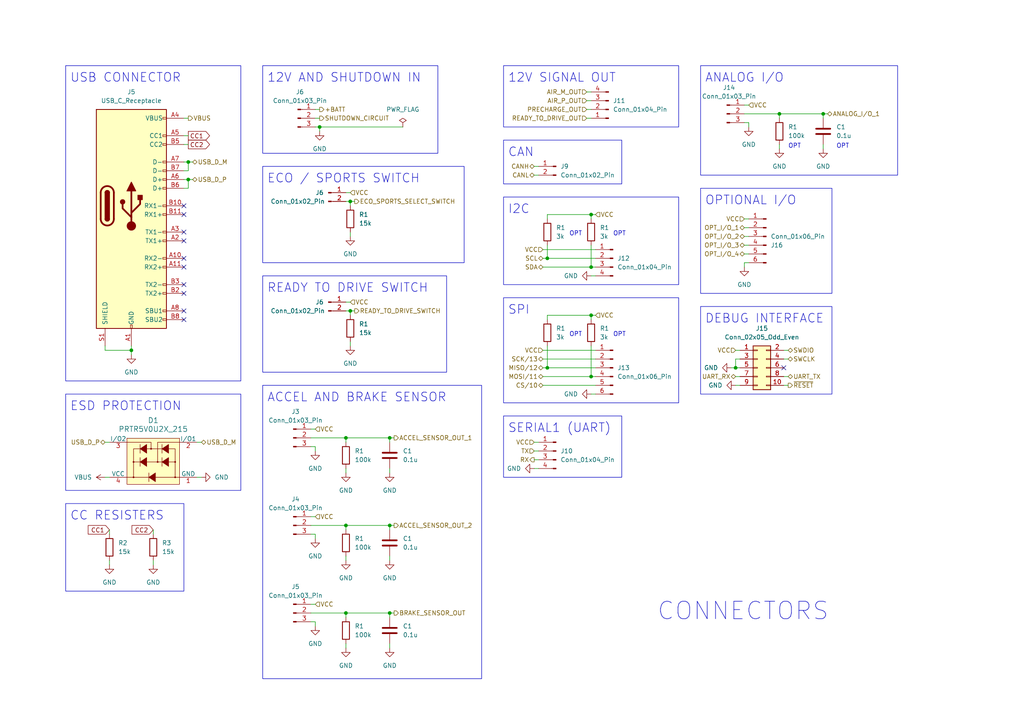
<source format=kicad_sch>
(kicad_sch (version 20230121) (generator eeschema)
  (paper "A4")
  (lib_symbols
    (symbol "Connector:Conn_01x02_Pin" (pin_names (offset 1.016) hide)
      (property "Reference" "J" (at 0 2.54 0))
      (property "Value" "Conn_01x02_Pin" (at 0 -5.08 0))
      (symbol "Conn_01x02_Pin_1_1"
        (polyline (pts (xy 1.27 -2.54) (xy 0.8636 -2.54)) (stroke (width 0.1524)))
        (polyline (pts (xy 1.27 0) (xy 0.8636 0)) (stroke (width 0.1524)))
        (rectangle (start 0.8636 -2.413) (end 0 -2.667) (stroke (width 0.1524)) (fill (type outline)))
        (rectangle (start 0.8636 0.127) (end 0 -0.127) (stroke (width 0.1524)) (fill (type outline)))
        (pin passive line (at 5.08 0 180) (length 3.81) (name "Pin_1") (number "1"))
        (pin passive line (at 5.08 -2.54 180) (length 3.81) (name "Pin_2") (number "2"))
      )
    )
    (symbol "Connector:Conn_01x03_Pin" (pin_names (offset 1.016) hide)
      (property "Reference" "J" (at 0 5.08 0))
      (property "Value" "Conn_01x03_Pin" (at 0 -5.08 0))
      (symbol "Conn_01x03_Pin_1_1"
        (polyline (pts (xy 1.27 -2.54) (xy 0.8636 -2.54)) (stroke (width 0.1524)))
        (polyline (pts (xy 1.27 0) (xy 0.8636 0)) (stroke (width 0.1524)))
        (polyline (pts (xy 1.27 2.54) (xy 0.8636 2.54)) (stroke (width 0.1524)))
        (rectangle (start 0.8636 -2.413) (end 0 -2.667) (stroke (width 0.1524)) (fill (type outline)))
        (rectangle (start 0.8636 0.127) (end 0 -0.127) (stroke (width 0.1524)) (fill (type outline)))
        (rectangle (start 0.8636 2.667) (end 0 2.413) (stroke (width 0.1524)) (fill (type outline)))
        (pin passive line (at 5.08 2.54 180) (length 3.81) (name "Pin_1") (number "1"))
        (pin passive line (at 5.08 0 180) (length 3.81) (name "Pin_2") (number "2"))
        (pin passive line (at 5.08 -2.54 180) (length 3.81) (name "Pin_3") (number "3"))
      )
    )
    (symbol "Connector:Conn_01x04_Pin" (pin_names (offset 1.016) hide)
      (property "Reference" "J" (at 0 5.08 0))
      (property "Value" "Conn_01x04_Pin" (at 0 -7.62 0))
      (symbol "Conn_01x04_Pin_1_1"
        (polyline (pts (xy 1.27 -5.08) (xy 0.8636 -5.08)) (stroke (width 0.1524)))
        (polyline (pts (xy 1.27 -2.54) (xy 0.8636 -2.54)) (stroke (width 0.1524)))
        (polyline (pts (xy 1.27 0) (xy 0.8636 0)) (stroke (width 0.1524)))
        (polyline (pts (xy 1.27 2.54) (xy 0.8636 2.54)) (stroke (width 0.1524)))
        (rectangle (start 0.8636 -4.953) (end 0 -5.207) (stroke (width 0.1524)) (fill (type outline)))
        (rectangle (start 0.8636 -2.413) (end 0 -2.667) (stroke (width 0.1524)) (fill (type outline)))
        (rectangle (start 0.8636 0.127) (end 0 -0.127) (stroke (width 0.1524)) (fill (type outline)))
        (rectangle (start 0.8636 2.667) (end 0 2.413) (stroke (width 0.1524)) (fill (type outline)))
        (pin passive line (at 5.08 2.54 180) (length 3.81) (name "Pin_1") (number "1"))
        (pin passive line (at 5.08 0 180) (length 3.81) (name "Pin_2") (number "2"))
        (pin passive line (at 5.08 -2.54 180) (length 3.81) (name "Pin_3") (number "3"))
        (pin passive line (at 5.08 -5.08 180) (length 3.81) (name "Pin_4") (number "4"))
      )
    )
    (symbol "Connector:Conn_01x06_Pin" (pin_names (offset 1.016) hide)
      (property "Reference" "J" (at 0 7.62 0))
      (property "Value" "Conn_01x06_Pin" (at 0 -10.16 0))
      (symbol "Conn_01x06_Pin_1_1"
        (polyline (pts (xy 1.27 -7.62) (xy 0.8636 -7.62)) (stroke (width 0.1524)))
        (polyline (pts (xy 1.27 -5.08) (xy 0.8636 -5.08)) (stroke (width 0.1524)))
        (polyline (pts (xy 1.27 -2.54) (xy 0.8636 -2.54)) (stroke (width 0.1524)))
        (polyline (pts (xy 1.27 0) (xy 0.8636 0)) (stroke (width 0.1524)))
        (polyline (pts (xy 1.27 2.54) (xy 0.8636 2.54)) (stroke (width 0.1524)))
        (polyline (pts (xy 1.27 5.08) (xy 0.8636 5.08)) (stroke (width 0.1524)))
        (rectangle (start 0.8636 -7.493) (end 0 -7.747) (stroke (width 0.1524)) (fill (type outline)))
        (rectangle (start 0.8636 -4.953) (end 0 -5.207) (stroke (width 0.1524)) (fill (type outline)))
        (rectangle (start 0.8636 -2.413) (end 0 -2.667) (stroke (width 0.1524)) (fill (type outline)))
        (rectangle (start 0.8636 0.127) (end 0 -0.127) (stroke (width 0.1524)) (fill (type outline)))
        (rectangle (start 0.8636 2.667) (end 0 2.413) (stroke (width 0.1524)) (fill (type outline)))
        (rectangle (start 0.8636 5.207) (end 0 4.953) (stroke (width 0.1524)) (fill (type outline)))
        (pin passive line (at 5.08 5.08 180) (length 3.81) (name "Pin_1") (number "1"))
        (pin passive line (at 5.08 2.54 180) (length 3.81) (name "Pin_2") (number "2"))
        (pin passive line (at 5.08 0 180) (length 3.81) (name "Pin_3") (number "3"))
        (pin passive line (at 5.08 -2.54 180) (length 3.81) (name "Pin_4") (number "4"))
        (pin passive line (at 5.08 -5.08 180) (length 3.81) (name "Pin_5") (number "5"))
        (pin passive line (at 5.08 -7.62 180) (length 3.81) (name "Pin_6") (number "6"))
      )
    )
    (symbol "Connector:USB_C_Receptacle" (pin_names (offset 1.016))
      (property "Reference" "J" (at -10.16 29.21 0))
      (property "Value" "USB_C_Receptacle" (at 10.16 29.21 0))
      (symbol "USB_C_Receptacle_0_0"
        (rectangle (start -0.254 -35.56) (end 0.254 -34.544))
        (rectangle (start 10.16 -32.766) (end 9.144 -33.274))
        (rectangle (start 10.16 -30.226) (end 9.144 -30.734))
        (rectangle (start 10.16 -25.146) (end 9.144 -25.654))
        (rectangle (start 10.16 -22.606) (end 9.144 -23.114))
        (rectangle (start 10.16 -17.526) (end 9.144 -18.034))
        (rectangle (start 10.16 -14.986) (end 9.144 -15.494))
        (rectangle (start 10.16 -9.906) (end 9.144 -10.414))
        (rectangle (start 10.16 -7.366) (end 9.144 -7.874))
        (rectangle (start 10.16 -2.286) (end 9.144 -2.794))
        (rectangle (start 10.16 0.254) (end 9.144 -0.254))
        (rectangle (start 10.16 5.334) (end 9.144 4.826))
        (rectangle (start 10.16 7.874) (end 9.144 7.366))
        (rectangle (start 10.16 10.414) (end 9.144 9.906))
        (rectangle (start 10.16 12.954) (end 9.144 12.446))
        (rectangle (start 10.16 18.034) (end 9.144 17.526))
        (rectangle (start 10.16 20.574) (end 9.144 20.066))
        (rectangle (start 10.16 25.654) (end 9.144 25.146))
      )
      (symbol "USB_C_Receptacle_0_1"
        (rectangle (start -10.16 27.94) (end 10.16 -35.56) (stroke (width 0.254)) (fill (type background)))
        (arc (start -8.89 -3.81) (mid -6.985 -5.7067) (end -5.08 -3.81) (stroke (width 0.508)))
        (arc (start -7.62 -3.81) (mid -6.985 -4.4423) (end -6.35 -3.81) (stroke (width 0.254)))
        (arc (start -7.62 -3.81) (mid -6.985 -4.4423) (end -6.35 -3.81) (stroke (width 0.254)) (fill (type outline)))
        (rectangle (start -7.62 -3.81) (end -6.35 3.81) (stroke (width 0.254)) (fill (type outline)))
        (arc (start -6.35 3.81) (mid -6.985 4.4423) (end -7.62 3.81) (stroke (width 0.254)))
        (arc (start -6.35 3.81) (mid -6.985 4.4423) (end -7.62 3.81) (stroke (width 0.254)) (fill (type outline)))
        (arc (start -5.08 3.81) (mid -6.985 5.7067) (end -8.89 3.81) (stroke (width 0.508)))
        (polyline (pts (xy -8.89 -3.81) (xy -8.89 3.81)) (stroke (width 0.508)))
        (polyline (pts (xy -5.08 3.81) (xy -5.08 -3.81)) (stroke (width 0.508)))
      )
      (symbol "USB_C_Receptacle_1_1"
        (circle (center -2.54 1.143) (radius 0.635) (stroke (width 0.254)) (fill (type outline)))
        (circle (center 0 -5.842) (radius 1.27) (fill (type outline)))
        (polyline (pts (xy 0 -5.842) (xy 0 4.318)) (stroke (width 0.508)))
        (polyline (pts (xy 0 -3.302) (xy -2.54 -0.762) (xy -2.54 0.508)) (stroke (width 0.508)))
        (polyline (pts (xy 0 -2.032) (xy 2.54 0.508) (xy 2.54 1.778)) (stroke (width 0.508)))
        (polyline (pts (xy -1.27 4.318) (xy 0 6.858) (xy 1.27 4.318) (xy -1.27 4.318)) (stroke (width 0.254)) (fill (type outline)))
        (rectangle (start 1.905 1.778) (end 3.175 3.048) (stroke (width 0.254)) (fill (type outline)))
        (pin passive line (at 0 -40.64 90) (length 5.08) (name "GND") (number "A1"))
        (pin bidirectional line (at 15.24 -15.24 180) (length 5.08) (name "RX2-") (number "A10"))
        (pin bidirectional line (at 15.24 -17.78 180) (length 5.08) (name "RX2+") (number "A11"))
        (pin passive line (at 0 -40.64 90) (length 5.08) hide (name "GND") (number "A12"))
        (pin bidirectional line (at 15.24 -10.16 180) (length 5.08) (name "TX1+") (number "A2"))
        (pin bidirectional line (at 15.24 -7.62 180) (length 5.08) (name "TX1-") (number "A3"))
        (pin passive line (at 15.24 25.4 180) (length 5.08) (name "VBUS") (number "A4"))
        (pin bidirectional line (at 15.24 20.32 180) (length 5.08) (name "CC1") (number "A5"))
        (pin bidirectional line (at 15.24 7.62 180) (length 5.08) (name "D+") (number "A6"))
        (pin bidirectional line (at 15.24 12.7 180) (length 5.08) (name "D-") (number "A7"))
        (pin bidirectional line (at 15.24 -30.48 180) (length 5.08) (name "SBU1") (number "A8"))
        (pin passive line (at 15.24 25.4 180) (length 5.08) hide (name "VBUS") (number "A9"))
        (pin passive line (at 0 -40.64 90) (length 5.08) hide (name "GND") (number "B1"))
        (pin bidirectional line (at 15.24 0 180) (length 5.08) (name "RX1-") (number "B10"))
        (pin bidirectional line (at 15.24 -2.54 180) (length 5.08) (name "RX1+") (number "B11"))
        (pin passive line (at 0 -40.64 90) (length 5.08) hide (name "GND") (number "B12"))
        (pin bidirectional line (at 15.24 -25.4 180) (length 5.08) (name "TX2+") (number "B2"))
        (pin bidirectional line (at 15.24 -22.86 180) (length 5.08) (name "TX2-") (number "B3"))
        (pin passive line (at 15.24 25.4 180) (length 5.08) hide (name "VBUS") (number "B4"))
        (pin bidirectional line (at 15.24 17.78 180) (length 5.08) (name "CC2") (number "B5"))
        (pin bidirectional line (at 15.24 5.08 180) (length 5.08) (name "D+") (number "B6"))
        (pin bidirectional line (at 15.24 10.16 180) (length 5.08) (name "D-") (number "B7"))
        (pin bidirectional line (at 15.24 -33.02 180) (length 5.08) (name "SBU2") (number "B8"))
        (pin passive line (at 15.24 25.4 180) (length 5.08) hide (name "VBUS") (number "B9"))
        (pin passive line (at -7.62 -40.64 90) (length 5.08) (name "SHIELD") (number "S1"))
      )
    )
    (symbol "Connector_Generic:Conn_02x05_Odd_Even" (pin_names (offset 1.016) hide)
      (property "Reference" "J" (at 1.27 7.62 0))
      (property "Value" "Conn_02x05_Odd_Even" (at 1.27 -7.62 0))
      (symbol "Conn_02x05_Odd_Even_1_1"
        (rectangle (start -1.27 -4.953) (end 0 -5.207) (stroke (width 0.1524)))
        (rectangle (start -1.27 -2.413) (end 0 -2.667) (stroke (width 0.1524)))
        (rectangle (start -1.27 0.127) (end 0 -0.127) (stroke (width 0.1524)))
        (rectangle (start -1.27 2.667) (end 0 2.413) (stroke (width 0.1524)))
        (rectangle (start -1.27 5.207) (end 0 4.953) (stroke (width 0.1524)))
        (rectangle (start -1.27 6.35) (end 3.81 -6.35) (stroke (width 0.254)) (fill (type background)))
        (rectangle (start 3.81 -4.953) (end 2.54 -5.207) (stroke (width 0.1524)))
        (rectangle (start 3.81 -2.413) (end 2.54 -2.667) (stroke (width 0.1524)))
        (rectangle (start 3.81 0.127) (end 2.54 -0.127) (stroke (width 0.1524)))
        (rectangle (start 3.81 2.667) (end 2.54 2.413) (stroke (width 0.1524)))
        (rectangle (start 3.81 5.207) (end 2.54 4.953) (stroke (width 0.1524)))
        (pin passive line (at -5.08 5.08 0) (length 3.81) (name "Pin_1") (number "1"))
        (pin passive line (at 7.62 -5.08 180) (length 3.81) (name "Pin_10") (number "10"))
        (pin passive line (at 7.62 5.08 180) (length 3.81) (name "Pin_2") (number "2"))
        (pin passive line (at -5.08 2.54 0) (length 3.81) (name "Pin_3") (number "3"))
        (pin passive line (at 7.62 2.54 180) (length 3.81) (name "Pin_4") (number "4"))
        (pin passive line (at -5.08 0 0) (length 3.81) (name "Pin_5") (number "5"))
        (pin passive line (at 7.62 0 180) (length 3.81) (name "Pin_6") (number "6"))
        (pin passive line (at -5.08 -2.54 0) (length 3.81) (name "Pin_7") (number "7"))
        (pin passive line (at 7.62 -2.54 180) (length 3.81) (name "Pin_8") (number "8"))
        (pin passive line (at -5.08 -5.08 0) (length 3.81) (name "Pin_9") (number "9"))
      )
    )
    (symbol "Device:C" (pin_numbers hide) (pin_names (offset 0.254))
      (property "Reference" "C" (at 0.635 2.54 0))
      (property "Value" "C" (at 0.635 -2.54 0))
      (symbol "C_0_1"
        (polyline (pts (xy -2.032 -0.762) (xy 2.032 -0.762)) (stroke (width 0.508)))
        (polyline (pts (xy -2.032 0.762) (xy 2.032 0.762)) (stroke (width 0.508)))
      )
      (symbol "C_1_1"
        (pin passive line (at 0 3.81 270) (length 2.794) (name "~") (number "1"))
        (pin passive line (at 0 -3.81 90) (length 2.794) (name "~") (number "2"))
      )
    )
    (symbol "Device:R" (pin_numbers hide) (pin_names (offset 0))
      (property "Reference" "R" (at 2.032 0 90))
      (property "Value" "R" (at 0 0 90))
      (symbol "R_0_1"
        (rectangle (start -1.016 -2.54) (end 1.016 2.54) (stroke (width 0.254)))
      )
      (symbol "R_1_1"
        (pin passive line (at 0 3.81 270) (length 1.27) (name "~") (number "1"))
        (pin passive line (at 0 -3.81 90) (length 1.27) (name "~") (number "2"))
      )
    )
    (symbol "GND_1" (power) (pin_names (offset 0))
      (property "Value" "GND_1" (at 0 -3.81 0))
      (symbol "GND_1_0_1"
        (polyline (pts (xy 0 0) (xy 0 -1.27) (xy 1.27 -1.27) (xy 0 -2.54) (xy -1.27 -1.27) (xy 0 -1.27)))
      )
      (symbol "GND_1_1_1"
        (pin power_in line (at 0 0 270) (length 0) hide (name "GND") (number "1"))
      )
    )
    (symbol "GND_2" (power) (pin_names (offset 0))
      (property "Value" "GND_2" (at 0 -3.81 0))
      (symbol "GND_2_0_1"
        (polyline (pts (xy 0 0) (xy 0 -1.27) (xy 1.27 -1.27) (xy 0 -2.54) (xy -1.27 -1.27) (xy 0 -1.27)))
      )
      (symbol "GND_2_1_1"
        (pin power_in line (at 0 0 270) (length 0) hide (name "GND") (number "1"))
      )
    )
    (symbol "dk_TVS-Diodes:PRTR5V0U2X_215" (pin_names (offset 0))
      (property "Reference" "D1" (at 0 -11.43 0))
      (property "Value" "PRTR5V0U2X_215" (at 0 -8.89 0))
      (symbol "PRTR5V0U2X_215_0_1"
        (rectangle (start -7.62 7.112) (end 7.62 -6.2484) (fill (type background)))
        (circle (center -6.35 0.635) (radius 0.1778) (fill (type outline)))
        (circle (center -6.35 5.08) (radius 0.1778) (fill (type outline)))
        (circle (center -1.27 0.635) (radius 0.1778) (fill (type outline)))
        (polyline (pts (xy -4.445 0.635) (xy -6.35 0.635)))
        (polyline (pts (xy -2.54 -3.175) (xy 1.905 -3.175)))
        (polyline (pts (xy -2.54 -1.905) (xy -2.54 -4.445)))
        (polyline (pts (xy -2.54 0.635) (xy 1.905 0.635)) (fill (type outline)))
        (polyline (pts (xy -2.54 1.905) (xy -2.54 -0.635)))
        (polyline (pts (xy -0.635 5.08) (xy -7.62 5.08)))
        (polyline (pts (xy 1.27 3.81) (xy 1.27 3.81)))
        (polyline (pts (xy 1.27 6.35) (xy 1.27 3.81)))
        (polyline (pts (xy 3.81 -1.905) (xy 3.81 -4.445)))
        (polyline (pts (xy 3.81 1.905) (xy 3.81 -0.635)))
        (polyline (pts (xy 5.715 0.635) (xy 3.81 0.635)))
        (polyline (pts (xy 7.62 5.08) (xy 1.27 5.08)))
        (polyline (pts (xy -4.445 -3.175) (xy -6.35 -3.175) (xy -6.35 5.08)))
        (polyline (pts (xy -1.27 0.635) (xy -1.27 -5.08) (xy -7.62 -5.08)))
        (polyline (pts (xy 3.81 -3.175) (xy 5.715 -3.175) (xy 5.715 5.08)))
        (polyline (pts (xy 7.62 -5.08) (xy 0.635 -5.08) (xy 0.635 -3.175)))
        (polyline (pts (xy -4.445 -1.905) (xy -4.445 -4.445) (xy -2.54 -3.175) (xy -4.445 -1.905)) (fill (type outline)))
        (polyline (pts (xy -4.445 1.905) (xy -4.445 -0.635) (xy -2.54 0.635) (xy -4.445 1.905)) (fill (type outline)))
        (polyline (pts (xy -0.635 6.35) (xy -0.635 3.81) (xy 1.27 5.08) (xy -0.635 6.35)) (fill (type outline)))
        (polyline (pts (xy 1.905 -1.905) (xy 1.905 -4.445) (xy 3.81 -3.175) (xy 1.905 -1.905)) (fill (type outline)))
        (polyline (pts (xy 1.905 1.905) (xy 1.905 -0.635) (xy 3.81 0.635) (xy 1.905 1.905)) (fill (type outline)))
        (circle (center 0.635 -3.175) (radius 0.1778) (fill (type outline)))
        (circle (center 5.715 0.635) (radius 0.1778) (fill (type outline)))
        (circle (center 5.715 5.08) (radius 0.1778) (fill (type outline)))
      )
      (symbol "PRTR5V0U2X_215_1_1"
        (pin passive line (at -12.7 5.08 0) (length 5.08) (name "GND") (number "1"))
        (pin output line (at -12.7 -5.08 0) (length 5.08) (name "I/O1") (number "2"))
        (pin output line (at 12.7 -5.08 180) (length 5.08) (name "I/O2") (number "3"))
        (pin passive line (at 12.7 5.08 180) (length 5.08) (name "VCC") (number "4"))
      )
    )
    (symbol "power:PWR_FLAG" (power) (pin_numbers hide) (pin_names (offset 0) hide)
      (property "Value" "PWR_FLAG" (at 0 3.81 0))
      (symbol "PWR_FLAG_0_0"
        (pin power_out line (at 0 0 90) (length 0) (name "pwr") (number "1"))
      )
      (symbol "PWR_FLAG_0_1"
        (polyline (pts (xy 0 0) (xy 0 1.27) (xy -1.016 1.905) (xy 0 2.54) (xy 1.016 1.905) (xy 0 1.27)))
      )
    )
    (symbol "power:VBUS" (power) (pin_names (offset 0))
      (property "Value" "VBUS" (at 0 3.81 0))
      (symbol "VBUS_0_1"
        (polyline (pts (xy -0.762 1.27) (xy 0 2.54)))
        (polyline (pts (xy 0 0) (xy 0 2.54)))
        (polyline (pts (xy 0 2.54) (xy 0.762 1.27)))
      )
      (symbol "VBUS_1_1"
        (pin power_in line (at 0 0 90) (length 0) hide (name "VBUS") (number "1"))
      )
    )
  )
  (junction (at 238.76 33.02))
  (junction (at 38.1 101.6))
  (junction (at 158.75 106.68))
  (junction (at 113.03 127))
  (junction (at 171.45 62.23))
  (junction (at 101.6 58.42))
  (junction (at 54.61 52.07))
  (junction (at 158.75 74.93))
  (junction (at 100.33 177.8))
  (junction (at 100.33 152.4))
  (junction (at 213.36 106.68))
  (junction (at 54.61 46.99))
  (junction (at 100.33 127))
  (junction (at 101.6 90.17))
  (junction (at 171.45 91.44))
  (junction (at 113.03 177.8))
  (junction (at 171.45 109.22))
  (junction (at 226.06 33.02))
  (junction (at 171.45 77.47))
  (junction (at 92.71 36.83))
  (junction (at 113.03 152.4))
  (no_connect (at 53.34 62.23))
  (no_connect (at 53.34 59.69))
  (no_connect (at 53.34 74.93))
  (no_connect (at 53.34 82.55))
  (no_connect (at 53.34 67.31))
  (no_connect (at 53.34 69.85))
  (no_connect (at 53.34 77.47))
  (no_connect (at 227.33 106.68))
  (no_connect (at 53.34 92.71))
  (no_connect (at 53.34 85.09))
  (no_connect (at 53.34 90.17))
  (wire (pts (xy 113.03 177.8) (xy 113.03 179.07)))
  (wire (pts (xy 30.48 101.6) (xy 38.1 101.6)))
  (wire (pts (xy 100.33 127) (xy 100.33 128.27)))
  (wire (pts (xy 53.34 54.61) (xy 54.61 54.61)))
  (wire (pts (xy 227.33 101.6) (xy 228.6 101.6)))
  (wire (pts (xy 171.45 62.23) (xy 158.75 62.23)))
  (wire (pts (xy 38.1 101.6) (xy 38.1 100.33)))
  (wire (pts (xy 217.17 71.12) (xy 215.9 71.12)))
  (wire (pts (xy 171.45 80.01) (xy 172.72 80.01)))
  (wire (pts (xy 101.6 90.17) (xy 101.6 91.44)))
  (wire (pts (xy 171.45 77.47) (xy 172.72 77.47)))
  (wire (pts (xy 100.33 162.56) (xy 100.33 161.29)))
  (wire (pts (xy 90.17 127) (xy 100.33 127)))
  (wire (pts (xy 92.71 36.83) (xy 92.71 38.1)))
  (wire (pts (xy 100.33 152.4) (xy 113.03 152.4)))
  (wire (pts (xy 91.44 181.61) (xy 91.44 180.34)))
  (wire (pts (xy 44.45 163.83) (xy 44.45 162.56)))
  (wire (pts (xy 171.45 109.22) (xy 172.72 109.22)))
  (wire (pts (xy 227.33 104.14) (xy 228.6 104.14)))
  (wire (pts (xy 53.34 49.53) (xy 54.61 49.53)))
  (wire (pts (xy 217.17 35.56) (xy 215.9 35.56)))
  (wire (pts (xy 157.48 109.22) (xy 171.45 109.22)))
  (wire (pts (xy 30.48 100.33) (xy 30.48 101.6)))
  (wire (pts (xy 100.33 127) (xy 113.03 127)))
  (wire (pts (xy 54.61 46.99) (xy 53.34 46.99)))
  (wire (pts (xy 158.75 62.23) (xy 158.75 63.5)))
  (wire (pts (xy 170.18 29.21) (xy 171.45 29.21)))
  (wire (pts (xy 157.48 106.68) (xy 158.75 106.68)))
  (wire (pts (xy 158.75 71.12) (xy 158.75 74.93)))
  (wire (pts (xy 113.03 186.69) (xy 113.03 187.96)))
  (wire (pts (xy 157.48 111.76) (xy 172.72 111.76)))
  (wire (pts (xy 101.6 58.42) (xy 101.6 59.69)))
  (wire (pts (xy 154.94 48.26) (xy 156.21 48.26)))
  (wire (pts (xy 171.45 71.12) (xy 171.45 77.47)))
  (wire (pts (xy 100.33 90.17) (xy 101.6 90.17)))
  (wire (pts (xy 113.03 127) (xy 113.03 128.27)))
  (wire (pts (xy 213.36 109.22) (xy 214.63 109.22)))
  (wire (pts (xy 100.33 55.88) (xy 101.6 55.88)))
  (wire (pts (xy 113.03 152.4) (xy 113.03 153.67)))
  (wire (pts (xy 217.17 63.5) (xy 215.9 63.5)))
  (wire (pts (xy 157.48 77.47) (xy 171.45 77.47)))
  (wire (pts (xy 100.33 177.8) (xy 113.03 177.8)))
  (wire (pts (xy 215.9 76.2) (xy 215.9 77.47)))
  (wire (pts (xy 101.6 58.42) (xy 102.87 58.42)))
  (wire (pts (xy 172.72 62.23) (xy 171.45 62.23)))
  (wire (pts (xy 157.48 72.39) (xy 172.72 72.39)))
  (wire (pts (xy 154.94 128.27) (xy 156.21 128.27)))
  (wire (pts (xy 101.6 90.17) (xy 102.87 90.17)))
  (wire (pts (xy 217.17 36.83) (xy 217.17 35.56)))
  (wire (pts (xy 90.17 177.8) (xy 100.33 177.8)))
  (wire (pts (xy 171.45 91.44) (xy 158.75 91.44)))
  (wire (pts (xy 217.17 76.2) (xy 215.9 76.2)))
  (wire (pts (xy 227.33 109.22) (xy 228.6 109.22)))
  (wire (pts (xy 90.17 152.4) (xy 100.33 152.4)))
  (wire (pts (xy 238.76 33.02) (xy 238.76 34.29)))
  (wire (pts (xy 91.44 180.34) (xy 90.17 180.34)))
  (wire (pts (xy 100.33 152.4) (xy 100.33 153.67)))
  (wire (pts (xy 158.75 91.44) (xy 158.75 92.71)))
  (wire (pts (xy 90.17 149.86) (xy 91.44 149.86)))
  (wire (pts (xy 113.03 152.4) (xy 114.3 152.4)))
  (wire (pts (xy 170.18 31.75) (xy 171.45 31.75)))
  (wire (pts (xy 100.33 58.42) (xy 101.6 58.42)))
  (wire (pts (xy 171.45 100.33) (xy 171.45 109.22)))
  (wire (pts (xy 113.03 137.16) (xy 113.03 135.89)))
  (wire (pts (xy 171.45 62.23) (xy 171.45 63.5)))
  (wire (pts (xy 30.48 138.43) (xy 31.75 138.43)))
  (wire (pts (xy 158.75 100.33) (xy 158.75 106.68)))
  (wire (pts (xy 157.48 74.93) (xy 158.75 74.93)))
  (wire (pts (xy 113.03 127) (xy 114.3 127)))
  (wire (pts (xy 58.42 128.27) (xy 57.15 128.27)))
  (wire (pts (xy 91.44 36.83) (xy 92.71 36.83)))
  (wire (pts (xy 213.36 106.68) (xy 214.63 106.68)))
  (wire (pts (xy 100.33 177.8) (xy 100.33 179.07)))
  (wire (pts (xy 227.33 111.76) (xy 228.6 111.76)))
  (wire (pts (xy 31.75 163.83) (xy 31.75 162.56)))
  (wire (pts (xy 91.44 130.81) (xy 91.44 129.54)))
  (wire (pts (xy 157.48 104.14) (xy 172.72 104.14)))
  (wire (pts (xy 100.33 137.16) (xy 100.33 135.89)))
  (wire (pts (xy 91.44 34.29) (xy 92.71 34.29)))
  (wire (pts (xy 53.34 41.91) (xy 54.61 41.91)))
  (wire (pts (xy 154.94 130.81) (xy 156.21 130.81)))
  (wire (pts (xy 154.94 133.35) (xy 156.21 133.35)))
  (wire (pts (xy 238.76 43.18) (xy 238.76 41.91)))
  (wire (pts (xy 100.33 187.96) (xy 100.33 186.69)))
  (wire (pts (xy 213.36 111.76) (xy 214.63 111.76)))
  (wire (pts (xy 226.06 43.18) (xy 226.06 41.91)))
  (wire (pts (xy 215.9 30.48) (xy 217.17 30.48)))
  (wire (pts (xy 92.71 36.83) (xy 116.84 36.83)))
  (wire (pts (xy 154.94 135.89) (xy 156.21 135.89)))
  (wire (pts (xy 54.61 52.07) (xy 53.34 52.07)))
  (wire (pts (xy 54.61 52.07) (xy 55.88 52.07)))
  (wire (pts (xy 226.06 33.02) (xy 226.06 34.29)))
  (wire (pts (xy 58.42 138.43) (xy 57.15 138.43)))
  (wire (pts (xy 171.45 114.3) (xy 172.72 114.3)))
  (wire (pts (xy 44.45 153.67) (xy 44.45 154.94)))
  (wire (pts (xy 158.75 74.93) (xy 172.72 74.93)))
  (wire (pts (xy 212.09 106.68) (xy 213.36 106.68)))
  (wire (pts (xy 101.6 99.06) (xy 101.6 100.33)))
  (wire (pts (xy 31.75 153.67) (xy 31.75 154.94)))
  (wire (pts (xy 154.94 50.8) (xy 156.21 50.8)))
  (wire (pts (xy 38.1 102.87) (xy 38.1 101.6)))
  (wire (pts (xy 217.17 66.04) (xy 215.9 66.04)))
  (wire (pts (xy 54.61 39.37) (xy 53.34 39.37)))
  (wire (pts (xy 113.03 161.29) (xy 113.03 162.56)))
  (wire (pts (xy 54.61 34.29) (xy 53.34 34.29)))
  (wire (pts (xy 91.44 154.94) (xy 90.17 154.94)))
  (wire (pts (xy 213.36 101.6) (xy 214.63 101.6)))
  (wire (pts (xy 215.9 33.02) (xy 226.06 33.02)))
  (wire (pts (xy 91.44 31.75) (xy 92.71 31.75)))
  (wire (pts (xy 226.06 33.02) (xy 238.76 33.02)))
  (wire (pts (xy 91.44 129.54) (xy 90.17 129.54)))
  (wire (pts (xy 238.76 33.02) (xy 240.03 33.02)))
  (wire (pts (xy 90.17 124.46) (xy 91.44 124.46)))
  (wire (pts (xy 172.72 91.44) (xy 171.45 91.44)))
  (wire (pts (xy 90.17 175.26) (xy 91.44 175.26)))
  (wire (pts (xy 217.17 68.58) (xy 215.9 68.58)))
  (wire (pts (xy 54.61 49.53) (xy 54.61 46.99)))
  (wire (pts (xy 158.75 106.68) (xy 172.72 106.68)))
  (wire (pts (xy 54.61 52.07) (xy 54.61 54.61)))
  (wire (pts (xy 171.45 91.44) (xy 171.45 92.71)))
  (wire (pts (xy 170.18 34.29) (xy 171.45 34.29)))
  (wire (pts (xy 54.61 46.99) (xy 55.88 46.99)))
  (wire (pts (xy 91.44 156.21) (xy 91.44 154.94)))
  (wire (pts (xy 30.48 128.27) (xy 31.75 128.27)))
  (wire (pts (xy 217.17 73.66) (xy 215.9 73.66)))
  (wire (pts (xy 213.36 104.14) (xy 213.36 106.68)))
  (wire (pts (xy 157.48 101.6) (xy 172.72 101.6)))
  (wire (pts (xy 214.63 104.14) (xy 213.36 104.14)))
  (wire (pts (xy 113.03 177.8) (xy 114.3 177.8)))
  (wire (pts (xy 101.6 67.31) (xy 101.6 68.58)))
  (wire (pts (xy 100.33 87.63) (xy 101.6 87.63)))
  (wire (pts (xy 170.18 26.67) (xy 171.45 26.67)))
  (rectangle (start 146.05 57.15) (end 196.85 82.55))
  (rectangle (start 76.2 80.01) (end 129.54 107.95))
  (rectangle (start 203.2 88.9) (end 241.3 114.3))
  (rectangle (start 203.2 54.61) (end 241.3 85.09))
  (rectangle (start 146.05 86.36) (end 196.85 116.84))
  (rectangle (start 19.05 19.05) (end 69.85 110.49))
  (rectangle (start 19.05 114.3) (end 69.85 142.24))
  (rectangle (start 19.05 146.05) (end 53.34 171.45))
  (rectangle (start 76.2 111.76) (end 139.7 196.85))
  (rectangle (start 203.2 19.05) (end 260.35 50.8))
  (rectangle (start 146.05 19.05) (end 196.85 36.83))
  (rectangle (start 146.05 40.64) (end 180.34 53.34))
  (rectangle (start 146.05 120.65) (end 180.34 138.43))
  (rectangle (start 76.2 48.26) (end 134.62 76.2))
  (rectangle (start 76.2 19.05) (end 127 44.45))
  (text "SPI" (at 147.32 91.44 0) (effects (font (size 2.54 2.54)) (justify left bottom)))
  (text "OPT" (at 228.6 43.18 0) (effects (font (size 1.27 1.27)) (justify left bottom)))
  (text "USB CONNECTOR" (at 20.32 24.13 0) (effects (font (size 2.54 2.54)) (justify left bottom)))
  (text "CC RESISTERS" (at 20.32 151.13 0) (effects (font (size 2.54 2.54)) (justify left bottom)))
  (text "OPT" (at 165.1 68.58 0) (effects (font (size 1.27 1.27)) (justify left bottom)))
  (text "ANALOG I/O" (at 204.47 24.13 0) (effects (font (size 2.54 2.54)) (justify left bottom)))
  (text "OPT" (at 177.8 97.79 0) (effects (font (size 1.27 1.27)) (justify left bottom)))
  (text "SERIAL1 (UART)" (at 147.32 125.73 0) (effects (font (size 2.54 2.54)) (justify left bottom)))
  (text "OPTIONAL I/O" (at 204.47 59.69 0) (effects (font (size 2.54 2.54)) (justify left bottom)))
  (text "12V SIGNAL OUT" (at 147.32 24.13 0) (effects (font (size 2.54 2.54)) (justify left bottom)))
  (text "ECO / SPORTS SWITCH" (at 77.47 53.34 0) (effects (font (size 2.54 2.54)) (justify left bottom)))
  (text "READY TO DRIVE SWITCH" (at 77.47 85.09 0) (effects (font (size 2.54 2.54)) (justify left bottom)))
  (text "12V AND SHUTDOWN IN" (at 77.47 24.13 0) (effects (font (size 2.54 2.54)) (justify left bottom)))
  (text "DEBUG INTERFACE" (at 204.47 93.98 0) (effects (font (size 2.54 2.54)) (justify left bottom)))
  (text "CONNECTORS" (at 190.5 180.34 0) (effects (font (size 5.08 5.08)) (justify left bottom)))
  (text "I2C" (at 147.32 62.23 0) (effects (font (size 2.54 2.54)) (justify left bottom)))
  (text "OPT" (at 242.57 43.18 0) (effects (font (size 1.27 1.27)) (justify left bottom)))
  (text "OPT" (at 177.8 68.58 0) (effects (font (size 1.27 1.27)) (justify left bottom)))
  (text "ACCEL AND BRAKE SENSOR" (at 77.47 116.84 0) (effects (font (size 2.54 2.54)) (justify left bottom)))
  (text "ESD PROTECTION" (at 20.32 119.38 0) (effects (font (size 2.54 2.54)) (justify left bottom)))
  (text "OPT" (at 165.1 97.79 0) (effects (font (size 1.27 1.27)) (justify left bottom)))
  (text "CAN" (at 147.32 45.72 0) (effects (font (size 2.54 2.54)) (justify left bottom)))
  (global_label "CC2" (shape input) (at 44.45 153.67 180) (property "Intersheetrefs" "${INTERSHEET_REFS}" (effects hide)))
  (global_label "CC1" (shape output) (at 54.61 39.37 0) (property "Intersheetrefs" "${INTERSHEET_REFS}" (effects hide)))
  (global_label "CC2" (shape output) (at 54.61 41.91 0) (property "Intersheetrefs" "${INTERSHEET_REFS}" (effects hide)))
  (global_label "CC1" (shape input) (at 31.75 153.67 180) (property "Intersheetrefs" "${INTERSHEET_REFS}" (effects hide)))
  (hierarchical_label "CS{slash}10" (shape bidirectional) (at 157.48 111.76 180))
  (hierarchical_label "READY_TO_DRIVE_SWITCH" (shape output) (at 102.87 90.17 0))
  (hierarchical_label "VCC" (shape input) (at 215.9 63.5 180))
  (hierarchical_label "VCC" (shape input) (at 157.48 72.39 180))
  (hierarchical_label "SDA" (shape bidirectional) (at 157.48 77.47 180))
  (hierarchical_label "UART_RX" (shape bidirectional) (at 213.36 109.22 180))
  (hierarchical_label "SCK{slash}13" (shape bidirectional) (at 157.48 104.14 180))
  (hierarchical_label "MISO{slash}12" (shape bidirectional) (at 157.48 106.68 180))
  (hierarchical_label "PRECHARGE_OUT" (shape input) (at 170.18 31.75 180))
  (hierarchical_label "VCC" (shape input) (at 154.94 128.27 180))
  (hierarchical_label "MOSI{slash}11" (shape bidirectional) (at 157.48 109.22 180))
  (hierarchical_label "AIR_M_OUT" (shape input) (at 170.18 26.67 180))
  (hierarchical_label "CANH" (shape bidirectional) (at 154.94 48.26 180))
  (hierarchical_label "ANALOG_I{slash}O_1" (shape bidirectional) (at 240.03 33.02 0))
  (hierarchical_label "VCC" (shape input) (at 91.44 175.26 0))
  (hierarchical_label "VCC" (shape input) (at 101.6 87.63 0))
  (hierarchical_label "USB_D_M" (shape bidirectional) (at 58.42 128.27 0))
  (hierarchical_label "VCC" (shape input) (at 217.17 30.48 0))
  (hierarchical_label "TX" (shape input) (at 154.94 130.81 180))
  (hierarchical_label "SWDIO" (shape bidirectional) (at 228.6 101.6 0))
  (hierarchical_label "ECO_SPORTS_SELECT_SWITCH" (shape output) (at 102.87 58.42 0))
  (hierarchical_label "CANL" (shape bidirectional) (at 154.94 50.8 180))
  (hierarchical_label "VCC" (shape input) (at 91.44 124.46 0))
  (hierarchical_label "SCL" (shape bidirectional) (at 157.48 74.93 180))
  (hierarchical_label "USB_D_P" (shape bidirectional) (at 30.48 128.27 180))
  (hierarchical_label "VBUS" (shape output) (at 54.61 34.29 0))
  (hierarchical_label "USB_D_P" (shape bidirectional) (at 55.88 52.07 0))
  (hierarchical_label "RX" (shape output) (at 154.94 133.35 180))
  (hierarchical_label "VCC" (shape input) (at 213.36 101.6 180))
  (hierarchical_label "VCC" (shape input) (at 172.72 62.23 0))
  (hierarchical_label "VCC" (shape input) (at 172.72 91.44 0))
  (hierarchical_label "AIR_P_OUT" (shape input) (at 170.18 29.21 180))
  (hierarchical_label "OPT_I{slash}O_2" (shape bidirectional) (at 215.9 68.58 180))
  (hierarchical_label "+BATT" (shape output) (at 92.71 31.75 0))
  (hierarchical_label "OPT_I{slash}O_4" (shape bidirectional) (at 215.9 73.66 180))
  (hierarchical_label "SHUTDOWN_CIRCUIT" (shape output) (at 92.71 34.29 0))
  (hierarchical_label "ACCEL_SENSOR_OUT_1" (shape output) (at 114.3 127 0))
  (hierarchical_label "READY_TO_DRIVE_OUT" (shape input) (at 170.18 34.29 180))
  (hierarchical_label "~{RESET}" (shape output) (at 228.6 111.76 0))
  (hierarchical_label "ACCEL_SENSOR_OUT_2" (shape output) (at 114.3 152.4 0))
  (hierarchical_label "OPT_I{slash}O_3" (shape bidirectional) (at 215.9 71.12 180))
  (hierarchical_label "SWCLK" (shape bidirectional) (at 228.6 104.14 0))
  (hierarchical_label "USB_D_M" (shape bidirectional) (at 55.88 46.99 0))
  (hierarchical_label "UART_TX" (shape bidirectional) (at 228.6 109.22 0))
  (hierarchical_label "BRAKE_SENSOR_OUT" (shape output) (at 114.3 177.8 0))
  (hierarchical_label "VCC" (shape input) (at 157.48 101.6 180))
  (hierarchical_label "VCC" (shape input) (at 101.6 55.88 0))
  (hierarchical_label "VCC" (shape input) (at 91.44 149.86 0))
  (hierarchical_label "OPT_I{slash}O_1" (shape bidirectional) (at 215.9 66.04 180))
  (symbol (lib_id "Device:R") (at 31.75 158.75 0) (unit 1)
    (property "Reference" "R2" (at 34.29 157.48 0) (effects (justify left)))
    (property "Value" "15k" (at 34.29 160.02 0) (effects (justify left)))
    (property "Footprint" "Resistor_SMD:R_0603_1608Metric" (effects hide))
    (property "発注先" "Digi-Key" (effects hide))
    (instances (project "main-ECU-board" (path "" (reference "R2") (unit 1)) (path "" (reference "R24") (unit 1))))
  )
  (symbol (lib_id "Connector:Conn_01x03_Pin") (at 210.82 33.02 0) (unit 1)
    (property "Reference" "J14" (at 211.455 25.4 0))
    (property "Value" "Conn_01x03_Pin" (at 211.455 27.94 0))
    (property "Footprint" "Connector_JST:JST_XH_B3B-XH-A_1x03_P2.50mm_Vertical" (effects hide))
  )
  (symbol (lib_id "Device:R") (at 101.6 63.5 0) (unit 1)
    (property "Reference" "R1" (at 104.14 62.23 0) (effects (justify left)))
    (property "Value" "15k" (at 104.14 64.77 0) (effects (justify left)))
    (property "Footprint" "Resistor_SMD:R_0603_1608Metric" (effects hide))
    (property "発注先" "Digi-Key" (effects hide))
    (instances (project "main-ECU-board" (path "" (reference "R1") (unit 1)) (path "" (reference "R29") (unit 1))))
  )
  (symbol (lib_id "Device:R") (at 44.45 158.75 0) (unit 1)
    (property "Reference" "R3" (at 46.99 157.48 0) (effects (justify left)))
    (property "Value" "15k" (at 46.99 160.02 0) (effects (justify left)))
    (property "Footprint" "Resistor_SMD:R_0603_1608Metric" (effects hide))
    (property "発注先" "Digi-Key" (effects hide))
    (instances (project "main-ECU-board" (path "" (reference "R3") (unit 1)) (path "" (reference "R25") (unit 1))))
  )
  (symbol (lib_name "GND_2") (lib_id "power:GND") (at 212.09 106.68 270) (unit 1)
    (property "Reference" "#PWR06" (effects hide))
    (property "Value" "GND" (at 208.28 106.68 90) (effects (justify right)))
    (instances (project "main-ECU-board" (path "" (reference "#PWR06") (unit 1)) (path "" (reference "#PWR072") (unit 1))))
  )
  (symbol (lib_id "Connector:Conn_01x03_Pin") (at 86.36 34.29 0) (unit 1)
    (property "Reference" "J6" (at 86.995 26.67 0))
    (property "Value" "Conn_01x03_Pin" (at 86.995 29.21 0))
    (property "Footprint" "Connector_JST:JST_XH_B3B-XH-A_1x03_P2.50mm_Vertical" (effects hide))
  )
  (symbol (lib_id "Connector:Conn_01x03_Pin") (at 85.09 127 0) (unit 1)
    (property "Reference" "J3" (at 85.725 119.38 0))
    (property "Value" "Conn_01x03_Pin" (at 85.725 121.92 0))
    (property "Footprint" "Connector_JST:JST_XH_B3B-XH-A_1x03_P2.50mm_Vertical" (effects hide))
  )
  (symbol (lib_id "Connector:Conn_01x06_Pin") (at 222.25 68.58 0) (mirror y) (unit 1)
    (property "Reference" "J16" (at 223.52 71.12 0) (effects (justify right)))
    (property "Value" "Conn_01x06_Pin" (at 223.52 68.58 0) (effects (justify right)))
    (property "Footprint" "Connector_JST:JST_XH_B6B-XH-A_1x06_P2.50mm_Vertical" (effects hide))
  )
  (symbol (lib_id "Device:R") (at 158.75 67.31 0) (unit 1)
    (property "Reference" "R1" (at 161.29 66.04 0) (effects (justify left)))
    (property "Value" "3k" (at 161.29 68.58 0) (effects (justify left)))
    (property "Footprint" "Resistor_SMD:R_0603_1608Metric" (effects hide))
    (property "発注先" "Digi-Key" (effects hide))
    (instances (project "main-ECU-board" (path "" (reference "R1") (unit 1)) (path "" (reference "R31") (unit 1))))
  )
  (symbol (lib_id "Device:R") (at 100.33 157.48 0) (unit 1)
    (property "Reference" "R1" (at 102.87 156.21 0) (effects (justify left)))
    (property "Value" "100k" (at 102.87 158.75 0) (effects (justify left)))
    (property "Footprint" "Resistor_SMD:R_0603_1608Metric" (effects hide))
    (property "発注先" "Digi-Key" (effects hide))
    (instances (project "main-ECU-board" (path "" (reference "R1") (unit 1)) (path "" (reference "R27") (unit 1))))
  )
  (symbol (lib_name "GND_2") (lib_id "power:GND") (at 101.6 68.58 0) (unit 1)
    (property "Reference" "#PWR06" (effects hide))
    (property "Value" "GND" (at 101.6 73.66 0))
    (instances (project "main-ECU-board" (path "" (reference "#PWR06") (unit 1)) (path "" (reference "#PWR064") (unit 1))))
  )
  (symbol (lib_id "Device:C") (at 113.03 132.08 0) (unit 1)
    (property "Reference" "C1" (at 116.84 130.81 0) (effects (justify left)))
    (property "Value" "0.1u" (at 116.84 133.35 0) (effects (justify left)))
    (property "Footprint" "Capacitor_SMD:C_0603_1608Metric" (effects hide))
    (property "発注先" "Digi-Key" (effects hide))
    (instances (project "main-ECU-board" (path "" (reference "C1") (unit 1)) (path "" (reference "C23") (unit 1))))
  )
  (symbol (lib_id "Connector:Conn_01x06_Pin") (at 177.8 106.68 0) (mirror y) (unit 1)
    (property "Reference" "J13" (at 179.07 106.68 0) (effects (justify right)))
    (property "Value" "Conn_01x06_Pin" (at 179.07 109.22 0) (effects (justify right)))
    (property "Footprint" "Connector_JST:JST_XH_B6B-XH-A_1x06_P2.50mm_Vertical" (effects hide))
  )
  (symbol (lib_name "GND_2") (lib_id "power:GND") (at 215.9 77.47 0) (mirror y) (unit 1)
    (property "Reference" "#PWR06" (effects hide))
    (property "Value" "GND" (at 215.9 82.55 0))
    (instances (project "main-ECU-board" (path "" (reference "#PWR06") (unit 1)) (path "" (reference "#PWR074") (unit 1))))
  )
  (symbol (lib_name "GND_2") (lib_id "power:GND") (at 113.03 187.96 0) (unit 1)
    (property "Reference" "#PWR06" (effects hide))
    (property "Value" "GND" (at 113.03 193.04 0))
    (instances (project "main-ECU-board" (path "" (reference "#PWR06") (unit 1)) (path "" (reference "#PWR068") (unit 1))))
  )
  (symbol (lib_id "Connector:Conn_01x04_Pin") (at 177.8 74.93 0) (mirror y) (unit 1)
    (property "Reference" "J12" (at 179.07 74.93 0) (effects (justify right)))
    (property "Value" "Conn_01x04_Pin" (at 179.07 77.47 0) (effects (justify right)))
    (property "Footprint" "Connector_JST:JST_XH_B4B-XH-A_1x04_P2.50mm_Vertical" (effects hide))
  )
  (symbol (lib_id "Device:R") (at 171.45 96.52 0) (unit 1)
    (property "Reference" "R1" (at 173.99 95.25 0) (effects (justify left)))
    (property "Value" "3k" (at 173.99 97.79 0) (effects (justify left)))
    (property "Footprint" "Resistor_SMD:R_0603_1608Metric" (effects hide))
    (property "発注先" "Digi-Key" (effects hide))
    (instances (project "main-ECU-board" (path "" (reference "R1") (unit 1)) (path "" (reference "R34") (unit 1))))
  )
  (symbol (lib_id "Connector:Conn_01x02_Pin") (at 95.25 87.63 0) (unit 1)
    (property "Reference" "J6" (at 92.71 87.63 0))
    (property "Value" "Conn_01x02_Pin" (at 86.36 90.17 0))
    (property "Footprint" "Connector_JST:JST_XH_B2B-XH-A_1x02_P2.50mm_Vertical" (effects hide))
    (instances (project "main-ECU-board" (path "" (reference "J6") (unit 1)) (path "" (reference "J8") (unit 1))))
  )
  (symbol (lib_id "power:PWR_FLAG") (at 116.84 36.83 0) (unit 1)
    (property "Reference" "#FLG02" (effects hide))
    (property "Value" "PWR_FLAG" (at 116.84 31.75 0))
    (instances (project "main-ECU-board" (path "" (reference "#FLG02") (unit 1)) (path "" (reference "#FLG06") (unit 1))))
  )
  (symbol (lib_id "power:VBUS") (at 30.48 138.43 90) (unit 1)
    (property "Reference" "#PWR013" (effects hide))
    (property "Value" "VBUS" (at 26.67 138.43 90) (effects (justify left)))
    (instances (project "main-ECU-board" (path "" (reference "#PWR013") (unit 1)) (path "" (reference "#PWR052") (unit 1))))
  )
  (symbol (lib_name "GND_2") (lib_id "power:GND") (at 91.44 181.61 0) (unit 1)
    (property "Reference" "#PWR06" (effects hide))
    (property "Value" "GND" (at 91.44 186.69 0))
    (instances (project "main-ECU-board" (path "" (reference "#PWR06") (unit 1)) (path "" (reference "#PWR059") (unit 1))))
  )
  (symbol (lib_name "GND_2") (lib_id "power:GND") (at 92.71 38.1 0) (unit 1)
    (property "Reference" "#PWR06" (effects hide))
    (property "Value" "GND" (at 92.71 43.18 0))
    (instances (project "main-ECU-board" (path "" (reference "#PWR06") (unit 1)) (path "" (reference "#PWR060") (unit 1))))
  )
  (symbol (lib_id "dk_TVS-Diodes:PRTR5V0U2X_215") (at 44.45 133.35 180) (unit 1)
    (property "Reference" "D1" (at 44.45 121.92 0) (effects (font (size 1.524 1.524))))
    (property "Value" "PRTR5V0U2X_215" (at 44.45 124.46 0) (effects (font (size 1.524 1.524))))
    (property "Footprint" "digikey-footprints:TO-253-4" (effects hide))
    (property "Datasheet" "https://assets.nexperia.com/documents/data-sheet/PRTR5V0U2X.pdf" (effects hide))
    (property "Digi-Key_PN" "1727-3884-1-ND" (effects hide))
    (property "MPN" "PRTR5V0U2X,215" (effects hide))
    (property "Category" "Circuit Protection" (effects hide))
    (property "Family" "TVS - Diodes" (effects hide))
    (property "DK_Datasheet_Link" "https://assets.nexperia.com/documents/data-sheet/PRTR5V0U2X.pdf" (effects hide))
    (property "DK_Detail_Page" "/product-detail/en/nexperia-usa-inc/PRTR5V0U2X,215/1727-3884-1-ND/1589981" (effects hide))
    (property "Description" "TVS DIODE 5.5V SOT143B" (effects hide))
    (property "Manufacturer" "Nexperia USA Inc." (effects hide))
    (property "Status" "Active" (effects hide))
    (property "発注先" "Digi-Key" (effects hide))
    (instances (project "main-ECU-board" (path "" (reference "D1") (unit 1)) (path "" (reference "D8") (unit 1))))
  )
  (symbol (lib_name "GND_2") (lib_id "power:GND") (at 100.33 137.16 0) (unit 1)
    (property "Reference" "#PWR06" (effects hide))
    (property "Value" "GND" (at 100.33 142.24 0))
    (instances (project "main-ECU-board" (path "" (reference "#PWR06") (unit 1)) (path "" (reference "#PWR061") (unit 1))))
  )
  (symbol (lib_name "GND_2") (lib_id "power:GND") (at 38.1 102.87 0) (unit 1)
    (property "Reference" "#PWR06" (effects hide))
    (property "Value" "GND" (at 38.1 107.95 0))
    (instances (project "main-ECU-board" (path "" (reference "#PWR06") (unit 1)) (path "" (reference "#PWR054") (unit 1))))
  )
  (symbol (lib_name "GND_1") (lib_id "power:GND") (at 31.75 163.83 0) (unit 1)
    (property "Reference" "#PWR09" (effects hide))
    (property "Value" "GND" (at 31.75 168.91 0))
    (instances (project "main-ECU-board" (path "" (reference "#PWR09") (unit 1)) (path "" (reference "#PWR053") (unit 1))))
  )
  (symbol (lib_id "Device:R") (at 158.75 96.52 0) (unit 1)
    (property "Reference" "R1" (at 161.29 95.25 0) (effects (justify left)))
    (property "Value" "3k" (at 161.29 97.79 0) (effects (justify left)))
    (property "Footprint" "Resistor_SMD:R_0603_1608Metric" (effects hide))
    (property "発注先" "Digi-Key" (effects hide))
    (instances (project "main-ECU-board" (path "" (reference "R1") (unit 1)) (path "" (reference "R32") (unit 1))))
  )
  (symbol (lib_id "Device:R") (at 171.45 67.31 0) (unit 1)
    (property "Reference" "R1" (at 173.99 66.04 0) (effects (justify left)))
    (property "Value" "3k" (at 173.99 68.58 0) (effects (justify left)))
    (property "Footprint" "Resistor_SMD:R_0603_1608Metric" (effects hide))
    (property "発注先" "Digi-Key" (effects hide))
    (instances (project "main-ECU-board" (path "" (reference "R1") (unit 1)) (path "" (reference "R33") (unit 1))))
  )
  (symbol (lib_name "GND_2") (lib_id "power:GND") (at 113.03 137.16 0) (unit 1)
    (property "Reference" "#PWR06" (effects hide))
    (property "Value" "GND" (at 113.03 142.24 0))
    (instances (project "main-ECU-board" (path "" (reference "#PWR06") (unit 1)) (path "" (reference "#PWR066") (unit 1))))
  )
  (symbol (lib_name "GND_2") (lib_id "power:GND") (at 171.45 80.01 270) (unit 1)
    (property "Reference" "#PWR06" (effects hide))
    (property "Value" "GND" (at 167.64 80.01 90) (effects (justify right)))
    (instances (project "main-ECU-board" (path "" (reference "#PWR06") (unit 1)) (path "" (reference "#PWR070") (unit 1))))
  )
  (symbol (lib_name "GND_2") (lib_id "power:GND") (at 101.6 100.33 0) (unit 1)
    (property "Reference" "#PWR06" (effects hide))
    (property "Value" "GND" (at 101.6 105.41 0))
    (instances (project "main-ECU-board" (path "" (reference "#PWR06") (unit 1)) (path "" (reference "#PWR065") (unit 1))))
  )
  (symbol (lib_id "Connector:Conn_01x03_Pin") (at 85.09 177.8 0) (unit 1)
    (property "Reference" "J5" (at 85.725 170.18 0))
    (property "Value" "Conn_01x03_Pin" (at 85.725 172.72 0))
    (property "Footprint" "Connector_JST:JST_XH_B3B-XH-A_1x03_P2.50mm_Vertical" (effects hide))
  )
  (symbol (lib_id "Device:C") (at 238.76 38.1 0) (unit 1)
    (property "Reference" "C1" (at 242.57 36.83 0) (effects (justify left)))
    (property "Value" "0.1u" (at 242.57 39.37 0) (effects (justify left)))
    (property "Footprint" "Capacitor_SMD:C_0603_1608Metric" (effects hide))
    (property "発注先" "Digi-Key" (effects hide))
    (instances (project "main-ECU-board" (path "" (reference "C1") (unit 1)) (path "" (reference "C26") (unit 1))))
  )
  (symbol (lib_id "Device:R") (at 101.6 95.25 0) (unit 1)
    (property "Reference" "R1" (at 104.14 93.98 0) (effects (justify left)))
    (property "Value" "15k" (at 104.14 96.52 0) (effects (justify left)))
    (property "Footprint" "Resistor_SMD:R_0603_1608Metric" (effects hide))
    (property "発注先" "Digi-Key" (effects hide))
    (instances (project "main-ECU-board" (path "" (reference "R1") (unit 1)) (path "" (reference "R30") (unit 1))))
  )
  (symbol (lib_name "GND_2") (lib_id "power:GND") (at 238.76 43.18 0) (unit 1)
    (property "Reference" "#PWR06" (effects hide))
    (property "Value" "GND" (at 238.76 48.26 0))
    (instances (project "main-ECU-board" (path "" (reference "#PWR06") (unit 1)) (path "" (reference "#PWR077") (unit 1))))
  )
  (symbol (lib_name "GND_2") (lib_id "power:GND") (at 171.45 114.3 270) (unit 1)
    (property "Reference" "#PWR06" (effects hide))
    (property "Value" "GND" (at 167.64 114.3 90) (effects (justify right)))
    (instances (project "main-ECU-board" (path "" (reference "#PWR06") (unit 1)) (path "" (reference "#PWR071") (unit 1))))
  )
  (symbol (lib_name "GND_2") (lib_id "power:GND") (at 226.06 43.18 0) (unit 1)
    (property "Reference" "#PWR06" (effects hide))
    (property "Value" "GND" (at 226.06 48.26 0))
    (instances (project "main-ECU-board" (path "" (reference "#PWR06") (unit 1)) (path "" (reference "#PWR076") (unit 1))))
  )
  (symbol (lib_name "GND_2") (lib_id "power:GND") (at 91.44 130.81 0) (unit 1)
    (property "Reference" "#PWR06" (effects hide))
    (property "Value" "GND" (at 91.44 135.89 0))
    (instances (project "main-ECU-board" (path "" (reference "#PWR06") (unit 1)) (path "" (reference "#PWR057") (unit 1))))
  )
  (symbol (lib_id "Device:C") (at 113.03 182.88 0) (unit 1)
    (property "Reference" "C1" (at 116.84 181.61 0) (effects (justify left)))
    (property "Value" "0.1u" (at 116.84 184.15 0) (effects (justify left)))
    (property "Footprint" "Capacitor_SMD:C_0603_1608Metric" (effects hide))
    (property "発注先" "Digi-Key" (effects hide))
    (instances (project "main-ECU-board" (path "" (reference "C1") (unit 1)) (path "" (reference "C25") (unit 1))))
  )
  (symbol (lib_name "GND_2") (lib_id "power:GND") (at 113.03 162.56 0) (unit 1)
    (property "Reference" "#PWR06" (effects hide))
    (property "Value" "GND" (at 113.03 167.64 0))
    (instances (project "main-ECU-board" (path "" (reference "#PWR06") (unit 1)) (path "" (reference "#PWR067") (unit 1))))
  )
  (symbol (lib_name "GND_2") (lib_id "power:GND") (at 213.36 111.76 270) (unit 1)
    (property "Reference" "#PWR06" (effects hide))
    (property "Value" "GND" (at 209.55 111.76 90) (effects (justify right)))
    (instances (project "main-ECU-board" (path "" (reference "#PWR06") (unit 1)) (path "" (reference "#PWR073") (unit 1))))
  )
  (symbol (lib_name "GND_2") (lib_id "power:GND") (at 217.17 36.83 0) (unit 1)
    (property "Reference" "#PWR06" (effects hide))
    (property "Value" "GND" (at 217.17 41.91 0))
    (instances (project "main-ECU-board" (path "" (reference "#PWR06") (unit 1)) (path "" (reference "#PWR075") (unit 1))))
  )
  (symbol (lib_id "Connector:Conn_01x02_Pin") (at 95.25 55.88 0) (unit 1)
    (property "Reference" "J6" (at 92.71 55.88 0))
    (property "Value" "Conn_01x02_Pin" (at 86.36 58.42 0))
    (property "Footprint" "Connector_JST:JST_XH_B2B-XH-A_1x02_P2.50mm_Vertical" (effects hide))
    (instances (project "main-ECU-board" (path "" (reference "J6") (unit 1)) (path "" (reference "J7") (unit 1))))
  )
  (symbol (lib_name "GND_2") (lib_id "power:GND") (at 100.33 162.56 0) (unit 1)
    (property "Reference" "#PWR06" (effects hide))
    (property "Value" "GND" (at 100.33 167.64 0))
    (instances (project "main-ECU-board" (path "" (reference "#PWR06") (unit 1)) (path "" (reference "#PWR062") (unit 1))))
  )
  (symbol (lib_id "Connector:Conn_01x04_Pin") (at 161.29 130.81 0) (mirror y) (unit 1)
    (property "Reference" "J10" (at 162.56 130.81 0) (effects (justify right)))
    (property "Value" "Conn_01x04_Pin" (at 162.56 133.35 0) (effects (justify right)))
    (property "Footprint" "Connector_JST:JST_XH_B4B-XH-A_1x04_P2.50mm_Vertical" (effects hide))
  )
  (symbol (lib_id "Device:R") (at 100.33 132.08 0) (unit 1)
    (property "Reference" "R1" (at 102.87 130.81 0) (effects (justify left)))
    (property "Value" "100k" (at 102.87 133.35 0) (effects (justify left)))
    (property "Footprint" "Resistor_SMD:R_0603_1608Metric" (effects hide))
    (property "発注先" "Digi-Key" (effects hide))
    (instances (project "main-ECU-board" (path "" (reference "R1") (unit 1)) (path "" (reference "R26") (unit 1))))
  )
  (symbol (lib_name "GND_1") (lib_id "power:GND") (at 44.45 163.83 0) (unit 1)
    (property "Reference" "#PWR010" (effects hide))
    (property "Value" "GND" (at 44.45 168.91 0))
    (instances (project "main-ECU-board" (path "" (reference "#PWR010") (unit 1)) (path "" (reference "#PWR055") (unit 1))))
  )
  (symbol (lib_name "GND_2") (lib_id "power:GND") (at 58.42 138.43 90) (unit 1)
    (property "Reference" "#PWR06" (effects hide))
    (property "Value" "GND" (at 62.23 138.43 90) (effects (justify right)))
    (instances (project "main-ECU-board" (path "" (reference "#PWR06") (unit 1)) (path "" (reference "#PWR056") (unit 1))))
  )
  (symbol (lib_id "Connector:Conn_01x04_Pin") (at 176.53 31.75 180) (unit 1)
    (property "Reference" "J11" (at 177.8 29.21 0) (effects (justify right)))
    (property "Value" "Conn_01x04_Pin" (at 177.8 31.75 0) (effects (justify right)))
    (property "Footprint" "Connector_JST:JST_XH_B4B-XH-A_1x04_P2.50mm_Vertical" (effects hide))
  )
  (symbol (lib_id "Device:R") (at 100.33 182.88 0) (unit 1)
    (property "Reference" "R1" (at 102.87 181.61 0) (effects (justify left)))
    (property "Value" "100k" (at 102.87 184.15 0) (effects (justify left)))
    (property "Footprint" "Resistor_SMD:R_0603_1608Metric" (effects hide))
    (property "発注先" "Digi-Key" (effects hide))
    (instances (project "main-ECU-board" (path "" (reference "R1") (unit 1)) (path "" (reference "R28") (unit 1))))
  )
  (symbol (lib_name "GND_2") (lib_id "power:GND") (at 100.33 187.96 0) (unit 1)
    (property "Reference" "#PWR06" (effects hide))
    (property "Value" "GND" (at 100.33 193.04 0))
    (instances (project "main-ECU-board" (path "" (reference "#PWR06") (unit 1)) (path "" (reference "#PWR063") (unit 1))))
  )
  (symbol (lib_id "Connector_Generic:Conn_02x05_Odd_Even") (at 219.71 106.68 0) (unit 1)
    (property "Reference" "J15" (at 220.98 95.25 0))
    (property "Value" "Conn_02x05_Odd_Even" (at 220.98 97.79 0))
    (property "Footprint" "Connector_PinHeader_1.00mm:PinHeader_2x05_P1.00mm_Vertical" (effects hide))
  )
  (symbol (lib_name "GND_2") (lib_id "power:GND") (at 154.94 135.89 270) (unit 1)
    (property "Reference" "#PWR06" (effects hide))
    (property "Value" "GND" (at 151.13 135.89 90) (effects (justify right)))
    (instances (project "main-ECU-board" (path "" (reference "#PWR06") (unit 1)) (path "" (reference "#PWR069") (unit 1))))
  )
  (symbol (lib_id "Connector:USB_C_Receptacle") (at 38.1 59.69 0) (unit 1)
    (property "Reference" "J5" (at 38.1 26.67 0))
    (property "Value" "USB_C_Receptacle" (at 38.1 29.21 0))
    (property "Footprint" "ProjectEV-kicad-library:5077CR-16-SMC2-BK-TR" (effects hide))
    (property "Datasheet" "https://www.usb.org/sites/default/files/documents/usb_type-c.zip" (effects hide))
    (property "発注先" "秋月電子" (effects hide))
    (instances (project "main-ECU-board" (path "" (reference "J5") (unit 1)) (path "" (reference "J2") (unit 1))))
  )
  (symbol (lib_id "Connector:Conn_01x03_Pin") (at 85.09 152.4 0) (unit 1)
    (property "Reference" "J4" (at 85.725 144.78 0))
    (property "Value" "Conn_01x03_Pin" (at 85.725 147.32 0))
    (property "Footprint" "Connector_JST:JST_XH_B3B-XH-A_1x03_P2.50mm_Vertical" (effects hide))
  )
  (symbol (lib_name "GND_2") (lib_id "power:GND") (at 91.44 156.21 0) (unit 1)
    (property "Reference" "#PWR06" (effects hide))
    (property "Value" "GND" (at 91.44 161.29 0))
    (instances (project "main-ECU-board" (path "" (reference "#PWR06") (unit 1)) (path "" (reference "#PWR058") (unit 1))))
  )
  (symbol (lib_id "Device:R") (at 226.06 38.1 0) (unit 1)
    (property "Reference" "R1" (at 228.6 36.83 0) (effects (justify left)))
    (property "Value" "100k" (at 228.6 39.37 0) (effects (justify left)))
    (property "Footprint" "Resistor_SMD:R_0603_1608Metric" (effects hide))
    (property "発注先" "Digi-Key" (effects hide))
    (instances (project "main-ECU-board" (path "" (reference "R1") (unit 1)) (path "" (reference "R35") (unit 1))))
  )
  (symbol (lib_id "Device:C") (at 113.03 157.48 0) (unit 1)
    (property "Reference" "C1" (at 116.84 156.21 0) (effects (justify left)))
    (property "Value" "0.1u" (at 116.84 158.75 0) (effects (justify left)))
    (property "Footprint" "Capacitor_SMD:C_0603_1608Metric" (effects hide))
    (property "発注先" "Digi-Key" (effects hide))
    (instances (project "main-ECU-board" (path "" (reference "C1") (unit 1)) (path "" (reference "C24") (unit 1))))
  )
  (symbol (lib_id "Connector:Conn_01x02_Pin") (at 161.29 48.26 0) (mirror y) (unit 1)
    (property "Reference" "J9" (at 162.56 48.26 0) (effects (justify right)))
    (property "Value" "Conn_01x02_Pin" (at 162.56 50.8 0) (effects (justify right)))
    (property "Footprint" "Connector_JST:JST_XH_B2B-XH-A_1x02_P2.50mm_Vertical" (effects hide))
  )
)
</source>
